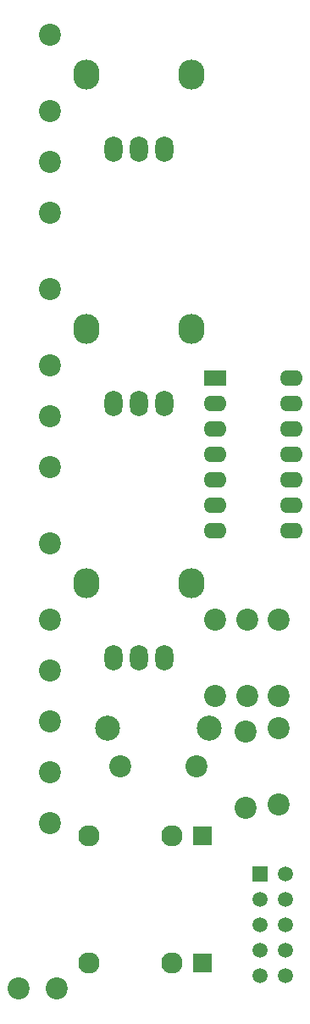
<source format=gbr>
G04 #@! TF.FileFunction,Soldermask,Bot*
%FSLAX46Y46*%
G04 Gerber Fmt 4.6, Leading zero omitted, Abs format (unit mm)*
G04 Created by KiCad (PCBNEW 4.0.7) date 06/24/19 17:31:57*
%MOMM*%
%LPD*%
G01*
G04 APERTURE LIST*
%ADD10C,0.100000*%
%ADD11R,1.520000X1.520000*%
%ADD12C,1.520000*%
%ADD13C,2.200000*%
%ADD14C,2.500000*%
%ADD15O,1.800000X2.600000*%
%ADD16O,2.600000X3.000000*%
%ADD17R,2.286000X1.574800*%
%ADD18O,2.286000X1.574800*%
%ADD19C,2.130000*%
%ADD20R,1.830000X1.930000*%
G04 APERTURE END LIST*
D10*
D11*
X157607000Y-125984000D03*
D12*
X157607000Y-128524000D03*
X157607000Y-131064000D03*
X157607000Y-133604000D03*
X157607000Y-136144000D03*
X160147000Y-136144000D03*
X160147000Y-133604000D03*
X160147000Y-131064000D03*
X160147000Y-128524000D03*
X160147000Y-125984000D03*
D13*
X136652000Y-54864000D03*
X136652000Y-59944000D03*
X136652000Y-80264000D03*
X136652000Y-85344000D03*
X136652000Y-105664000D03*
X136652000Y-110744000D03*
X136652000Y-120904000D03*
X136652000Y-115824000D03*
D14*
X142367000Y-111379000D03*
X152527000Y-111379000D03*
D15*
X143002000Y-53594000D03*
X145542000Y-53594000D03*
X148082000Y-53594000D03*
D16*
X140292000Y-46094000D03*
X150792000Y-46094000D03*
D15*
X143002000Y-78994000D03*
X145542000Y-78994000D03*
X148082000Y-78994000D03*
D16*
X140292000Y-71494000D03*
X150792000Y-71494000D03*
D15*
X143002000Y-104394000D03*
X145542000Y-104394000D03*
X148082000Y-104394000D03*
D16*
X140292000Y-96894000D03*
X150792000Y-96894000D03*
D13*
X136652000Y-49784000D03*
X136652000Y-42164000D03*
X136652000Y-75184000D03*
X136652000Y-67564000D03*
X136652000Y-100584000D03*
X136652000Y-92964000D03*
X159512000Y-100584000D03*
X159512000Y-108204000D03*
X156337000Y-100584000D03*
X156337000Y-108204000D03*
X153162000Y-100584000D03*
X153162000Y-108204000D03*
D17*
X153162000Y-76454000D03*
D18*
X153162000Y-78994000D03*
X153162000Y-81534000D03*
X153162000Y-84074000D03*
X153162000Y-86614000D03*
X153162000Y-89154000D03*
X153162000Y-91694000D03*
X160782000Y-91694000D03*
X160782000Y-89154000D03*
X160782000Y-86614000D03*
X160782000Y-84074000D03*
X160782000Y-81534000D03*
X160782000Y-78994000D03*
X160782000Y-76454000D03*
D13*
X133477000Y-137414000D03*
X137287000Y-137414000D03*
D19*
X148792000Y-134874000D03*
D20*
X151892000Y-134874000D03*
D19*
X140492000Y-134874000D03*
X148792000Y-122174000D03*
D20*
X151892000Y-122174000D03*
D19*
X140492000Y-122174000D03*
D13*
X143637000Y-115189000D03*
X151257000Y-115189000D03*
X159512000Y-111379000D03*
X159512000Y-118999000D03*
X156210000Y-119380000D03*
X156210000Y-111760000D03*
M02*

</source>
